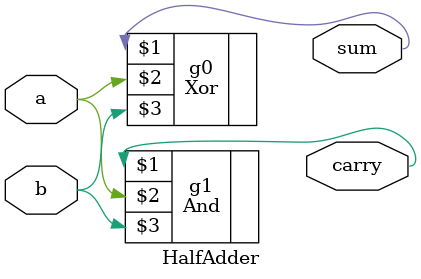
<source format=v>
module HalfAdder(sum, carry, a, b);

    output sum, carry;
    input a, b;

    Xor g0(sum, a, b);
    And g1(carry, a, b);

endmodule


</source>
